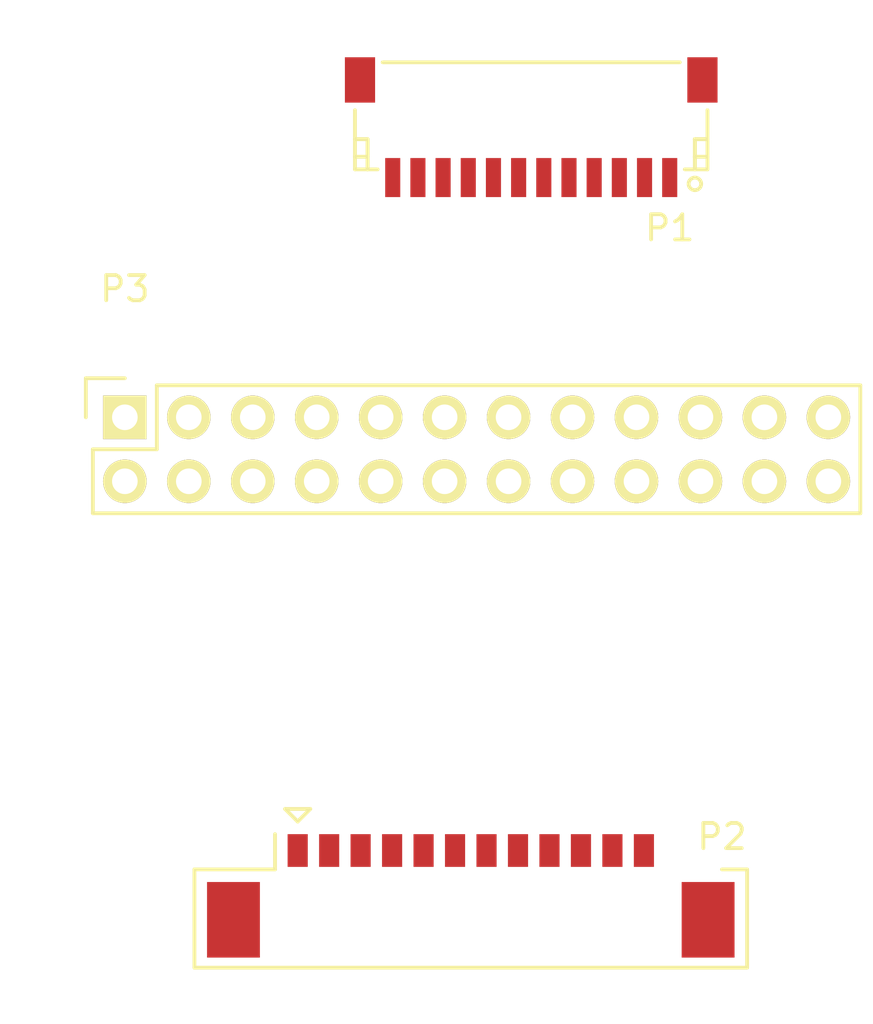
<source format=kicad_pcb>
(kicad_pcb (version 4) (host pcbnew 4.0.2+dfsg1-stable)

  (general
    (links 36)
    (no_connects 36)
    (area 0 0 0 0)
    (thickness 1.6)
    (drawings 2)
    (tracks 0)
    (zones 0)
    (modules 3)
    (nets 13)
  )

  (page A4)
  (layers
    (0 F.Cu signal)
    (31 B.Cu signal)
    (32 B.Adhes user)
    (33 F.Adhes user)
    (34 B.Paste user)
    (35 F.Paste user)
    (36 B.SilkS user)
    (37 F.SilkS user)
    (38 B.Mask user)
    (39 F.Mask user)
    (40 Dwgs.User user)
    (41 Cmts.User user)
    (42 Eco1.User user)
    (43 Eco2.User user)
    (44 Edge.Cuts user)
    (45 Margin user)
    (46 B.CrtYd user)
    (47 F.CrtYd user)
    (48 B.Fab user)
    (49 F.Fab user)
  )

  (setup
    (last_trace_width 0.25)
    (trace_clearance 0.2)
    (zone_clearance 0.508)
    (zone_45_only no)
    (trace_min 0.2)
    (segment_width 0.2)
    (edge_width 0.15)
    (via_size 0.6)
    (via_drill 0.4)
    (via_min_size 0.4)
    (via_min_drill 0.3)
    (uvia_size 0.3)
    (uvia_drill 0.1)
    (uvias_allowed no)
    (uvia_min_size 0.2)
    (uvia_min_drill 0.1)
    (pcb_text_width 0.3)
    (pcb_text_size 1.5 1.5)
    (mod_edge_width 0.15)
    (mod_text_size 1 1)
    (mod_text_width 0.15)
    (pad_size 1.524 1.524)
    (pad_drill 0.762)
    (pad_to_mask_clearance 0.2)
    (aux_axis_origin 0 0)
    (visible_elements FFFFFF7F)
    (pcbplotparams
      (layerselection 0x00030_80000001)
      (usegerberextensions false)
      (excludeedgelayer true)
      (linewidth 0.100000)
      (plotframeref false)
      (viasonmask false)
      (mode 1)
      (useauxorigin false)
      (hpglpennumber 1)
      (hpglpenspeed 20)
      (hpglpendiameter 15)
      (hpglpenoverlay 2)
      (psnegative false)
      (psa4output false)
      (plotreference true)
      (plotvalue true)
      (plotinvisibletext false)
      (padsonsilk false)
      (subtractmaskfromsilk false)
      (outputformat 1)
      (mirror false)
      (drillshape 1)
      (scaleselection 1)
      (outputdirectory ""))
  )

  (net 0 "")
  (net 1 "Net-(P1-Pad1)")
  (net 2 "Net-(P1-Pad2)")
  (net 3 "Net-(P1-Pad3)")
  (net 4 "Net-(P1-Pad4)")
  (net 5 "Net-(P1-Pad5)")
  (net 6 "Net-(P1-Pad6)")
  (net 7 "Net-(P1-Pad7)")
  (net 8 "Net-(P1-Pad8)")
  (net 9 "Net-(P1-Pad9)")
  (net 10 "Net-(P1-Pad10)")
  (net 11 "Net-(P1-Pad11)")
  (net 12 "Net-(P1-Pad12)")

  (net_class Default "This is the default net class."
    (clearance 0.2)
    (trace_width 0.25)
    (via_dia 0.6)
    (via_drill 0.4)
    (uvia_dia 0.3)
    (uvia_drill 0.1)
    (add_net "Net-(P1-Pad1)")
    (add_net "Net-(P1-Pad10)")
    (add_net "Net-(P1-Pad11)")
    (add_net "Net-(P1-Pad12)")
    (add_net "Net-(P1-Pad2)")
    (add_net "Net-(P1-Pad3)")
    (add_net "Net-(P1-Pad4)")
    (add_net "Net-(P1-Pad5)")
    (add_net "Net-(P1-Pad6)")
    (add_net "Net-(P1-Pad7)")
    (add_net "Net-(P1-Pad8)")
    (add_net "Net-(P1-Pad9)")
  )

  (module Socket_Strips:Socket_Strip_Straight_2x12 (layer F.Cu) (tedit 0) (tstamp 5A321511)
    (at 18.9611 35.1536)
    (descr "Through hole socket strip")
    (tags "socket strip")
    (path /5A3214AC)
    (fp_text reference P3 (at 0 -5.1) (layer F.SilkS)
      (effects (font (size 1 1) (thickness 0.15)))
    )
    (fp_text value CONN_02X12 (at 0 -3.1) (layer F.Fab)
      (effects (font (size 1 1) (thickness 0.15)))
    )
    (fp_line (start -1.75 -1.75) (end -1.75 4.3) (layer F.CrtYd) (width 0.05))
    (fp_line (start 29.7 -1.75) (end 29.7 4.3) (layer F.CrtYd) (width 0.05))
    (fp_line (start -1.75 -1.75) (end 29.7 -1.75) (layer F.CrtYd) (width 0.05))
    (fp_line (start -1.75 4.3) (end 29.7 4.3) (layer F.CrtYd) (width 0.05))
    (fp_line (start 29.21 3.81) (end -1.27 3.81) (layer F.SilkS) (width 0.15))
    (fp_line (start 1.27 -1.27) (end 29.21 -1.27) (layer F.SilkS) (width 0.15))
    (fp_line (start 29.21 3.81) (end 29.21 -1.27) (layer F.SilkS) (width 0.15))
    (fp_line (start -1.27 3.81) (end -1.27 1.27) (layer F.SilkS) (width 0.15))
    (fp_line (start 0 -1.55) (end -1.55 -1.55) (layer F.SilkS) (width 0.15))
    (fp_line (start -1.27 1.27) (end 1.27 1.27) (layer F.SilkS) (width 0.15))
    (fp_line (start 1.27 1.27) (end 1.27 -1.27) (layer F.SilkS) (width 0.15))
    (fp_line (start -1.55 -1.55) (end -1.55 0) (layer F.SilkS) (width 0.15))
    (pad 1 thru_hole rect (at 0 0) (size 1.7272 1.7272) (drill 1.016) (layers *.Cu *.Mask F.SilkS)
      (net 12 "Net-(P1-Pad12)"))
    (pad 2 thru_hole oval (at 0 2.54) (size 1.7272 1.7272) (drill 1.016) (layers *.Cu *.Mask F.SilkS)
      (net 12 "Net-(P1-Pad12)"))
    (pad 3 thru_hole oval (at 2.54 0) (size 1.7272 1.7272) (drill 1.016) (layers *.Cu *.Mask F.SilkS)
      (net 11 "Net-(P1-Pad11)"))
    (pad 4 thru_hole oval (at 2.54 2.54) (size 1.7272 1.7272) (drill 1.016) (layers *.Cu *.Mask F.SilkS)
      (net 11 "Net-(P1-Pad11)"))
    (pad 5 thru_hole oval (at 5.08 0) (size 1.7272 1.7272) (drill 1.016) (layers *.Cu *.Mask F.SilkS)
      (net 10 "Net-(P1-Pad10)"))
    (pad 6 thru_hole oval (at 5.08 2.54) (size 1.7272 1.7272) (drill 1.016) (layers *.Cu *.Mask F.SilkS)
      (net 10 "Net-(P1-Pad10)"))
    (pad 7 thru_hole oval (at 7.62 0) (size 1.7272 1.7272) (drill 1.016) (layers *.Cu *.Mask F.SilkS)
      (net 9 "Net-(P1-Pad9)"))
    (pad 8 thru_hole oval (at 7.62 2.54) (size 1.7272 1.7272) (drill 1.016) (layers *.Cu *.Mask F.SilkS)
      (net 9 "Net-(P1-Pad9)"))
    (pad 9 thru_hole oval (at 10.16 0) (size 1.7272 1.7272) (drill 1.016) (layers *.Cu *.Mask F.SilkS)
      (net 8 "Net-(P1-Pad8)"))
    (pad 10 thru_hole oval (at 10.16 2.54) (size 1.7272 1.7272) (drill 1.016) (layers *.Cu *.Mask F.SilkS)
      (net 8 "Net-(P1-Pad8)"))
    (pad 11 thru_hole oval (at 12.7 0) (size 1.7272 1.7272) (drill 1.016) (layers *.Cu *.Mask F.SilkS)
      (net 7 "Net-(P1-Pad7)"))
    (pad 12 thru_hole oval (at 12.7 2.54) (size 1.7272 1.7272) (drill 1.016) (layers *.Cu *.Mask F.SilkS)
      (net 7 "Net-(P1-Pad7)"))
    (pad 13 thru_hole oval (at 15.24 0) (size 1.7272 1.7272) (drill 1.016) (layers *.Cu *.Mask F.SilkS)
      (net 6 "Net-(P1-Pad6)"))
    (pad 14 thru_hole oval (at 15.24 2.54) (size 1.7272 1.7272) (drill 1.016) (layers *.Cu *.Mask F.SilkS)
      (net 6 "Net-(P1-Pad6)"))
    (pad 15 thru_hole oval (at 17.78 0) (size 1.7272 1.7272) (drill 1.016) (layers *.Cu *.Mask F.SilkS)
      (net 5 "Net-(P1-Pad5)"))
    (pad 16 thru_hole oval (at 17.78 2.54) (size 1.7272 1.7272) (drill 1.016) (layers *.Cu *.Mask F.SilkS)
      (net 5 "Net-(P1-Pad5)"))
    (pad 17 thru_hole oval (at 20.32 0) (size 1.7272 1.7272) (drill 1.016) (layers *.Cu *.Mask F.SilkS)
      (net 4 "Net-(P1-Pad4)"))
    (pad 18 thru_hole oval (at 20.32 2.54) (size 1.7272 1.7272) (drill 1.016) (layers *.Cu *.Mask F.SilkS)
      (net 4 "Net-(P1-Pad4)"))
    (pad 19 thru_hole oval (at 22.86 0) (size 1.7272 1.7272) (drill 1.016) (layers *.Cu *.Mask F.SilkS)
      (net 3 "Net-(P1-Pad3)"))
    (pad 20 thru_hole oval (at 22.86 2.54) (size 1.7272 1.7272) (drill 1.016) (layers *.Cu *.Mask F.SilkS)
      (net 3 "Net-(P1-Pad3)"))
    (pad 21 thru_hole oval (at 25.4 0) (size 1.7272 1.7272) (drill 1.016) (layers *.Cu *.Mask F.SilkS)
      (net 2 "Net-(P1-Pad2)"))
    (pad 22 thru_hole oval (at 25.4 2.54) (size 1.7272 1.7272) (drill 1.016) (layers *.Cu *.Mask F.SilkS)
      (net 2 "Net-(P1-Pad2)"))
    (pad 23 thru_hole oval (at 27.94 0) (size 1.7272 1.7272) (drill 1.016) (layers *.Cu *.Mask F.SilkS)
      (net 1 "Net-(P1-Pad1)"))
    (pad 24 thru_hole oval (at 27.94 2.54) (size 1.7272 1.7272) (drill 1.016) (layers *.Cu *.Mask F.SilkS)
      (net 1 "Net-(P1-Pad1)"))
    (model Socket_Strips.3dshapes/Socket_Strip_Straight_2x12.wrl
      (at (xyz 0.55 -0.05 0))
      (scale (xyz 1 1 1))
      (rotate (xyz 0 0 180))
    )
  )

  (module Connectors_Molex:Connector_Molex_PicoBlade_53398-1271 (layer F.Cu) (tedit 0) (tstamp 5A321A1D)
    (at 32.7 55.1)
    (descr "Molex PicoBlade 1.25mm shrouded header. Vertical, SMD. 12 ways")
    (path /5A321457)
    (fp_text reference P2 (at 9.975 -3.3) (layer F.SilkS)
      (effects (font (size 1 1) (thickness 0.15)))
    )
    (fp_text value CONN_01X12 (at 0 3.3) (layer F.Fab)
      (effects (font (size 1 1) (thickness 0.15)))
    )
    (fp_line (start -7.775 -3.4) (end -7.775 -2) (layer F.SilkS) (width 0.15))
    (fp_line (start -7.775 -2) (end -10.975 -2) (layer F.SilkS) (width 0.15))
    (fp_line (start -10.975 -2) (end -10.975 1.9) (layer F.SilkS) (width 0.15))
    (fp_line (start -10.975 1.9) (end 10.975 1.9) (layer F.SilkS) (width 0.15))
    (fp_line (start 10.975 1.9) (end 10.975 -2) (layer F.SilkS) (width 0.15))
    (fp_line (start 10.975 -2) (end 9.975 -2) (layer F.SilkS) (width 0.15))
    (fp_line (start -6.875 -3.9) (end -7.375 -4.4) (layer F.SilkS) (width 0.15))
    (fp_line (start -7.375 -4.4) (end -6.375 -4.4) (layer F.SilkS) (width 0.15))
    (fp_line (start -6.375 -4.4) (end -6.875 -3.9) (layer F.SilkS) (width 0.15))
    (fp_line (start -8.375 -2.1) (end -8.375 1.9) (layer F.Fab) (width 0.2))
    (fp_line (start -8.375 1.9) (end 8.375 1.9) (layer F.Fab) (width 0.2))
    (fp_line (start 8.375 1.9) (end 8.375 -2.1) (layer F.Fab) (width 0.2))
    (fp_line (start 8.375 -2.1) (end -8.375 -2.1) (layer F.Fab) (width 0.2))
    (fp_line (start 8.375 -1.5) (end 10.475 -1.5) (layer F.Fab) (width 0.2))
    (fp_line (start 10.475 -1.5) (end 10.475 1.5) (layer F.Fab) (width 0.2))
    (fp_line (start 10.475 1.5) (end 8.375 1.5) (layer F.Fab) (width 0.2))
    (fp_line (start -8.375 -1.5) (end -10.475 -1.5) (layer F.Fab) (width 0.2))
    (fp_line (start -10.475 -1.5) (end -10.475 1.5) (layer F.Fab) (width 0.2))
    (fp_line (start -10.475 1.5) (end -8.375 1.5) (layer F.Fab) (width 0.2))
    (fp_line (start -8.375 -2.1) (end -6.875 -0.6) (layer F.Fab) (width 0.2))
    (fp_line (start -6.875 -0.6) (end -5.375 -2.1) (layer F.Fab) (width 0.2))
    (pad 1 smd rect (at -6.875 -2.75) (size 0.8 1.3) (layers F.Cu F.Paste F.Mask)
      (net 12 "Net-(P1-Pad12)"))
    (pad 2 smd rect (at -5.625 -2.75) (size 0.8 1.3) (layers F.Cu F.Paste F.Mask)
      (net 11 "Net-(P1-Pad11)"))
    (pad 3 smd rect (at -4.375 -2.75) (size 0.8 1.3) (layers F.Cu F.Paste F.Mask)
      (net 10 "Net-(P1-Pad10)"))
    (pad 4 smd rect (at -3.125 -2.75) (size 0.8 1.3) (layers F.Cu F.Paste F.Mask)
      (net 9 "Net-(P1-Pad9)"))
    (pad 5 smd rect (at -1.875 -2.75) (size 0.8 1.3) (layers F.Cu F.Paste F.Mask)
      (net 8 "Net-(P1-Pad8)"))
    (pad 6 smd rect (at -0.625 -2.75) (size 0.8 1.3) (layers F.Cu F.Paste F.Mask)
      (net 7 "Net-(P1-Pad7)"))
    (pad 7 smd rect (at 0.625 -2.75) (size 0.8 1.3) (layers F.Cu F.Paste F.Mask)
      (net 6 "Net-(P1-Pad6)"))
    (pad 8 smd rect (at 1.875 -2.75) (size 0.8 1.3) (layers F.Cu F.Paste F.Mask)
      (net 5 "Net-(P1-Pad5)"))
    (pad 9 smd rect (at 3.125 -2.75) (size 0.8 1.3) (layers F.Cu F.Paste F.Mask)
      (net 4 "Net-(P1-Pad4)"))
    (pad 10 smd rect (at 4.375 -2.75) (size 0.8 1.3) (layers F.Cu F.Paste F.Mask)
      (net 3 "Net-(P1-Pad3)"))
    (pad 11 smd rect (at 5.625 -2.75) (size 0.8 1.3) (layers F.Cu F.Paste F.Mask)
      (net 2 "Net-(P1-Pad2)"))
    (pad 12 smd rect (at 6.875 -2.75) (size 0.8 1.3) (layers F.Cu F.Paste F.Mask)
      (net 1 "Net-(P1-Pad1)"))
    (pad "" smd rect (at -9.425 0) (size 2.1 3) (layers F.Cu F.Paste F.Mask))
    (pad "" smd rect (at 9.425 0) (size 2.1 3) (layers F.Cu F.Paste F.Mask))
  )

  (module Connectors_JST_SH:Connectors_JST_SM12B-SRSS-TB (layer F.Cu) (tedit 55F6C32A) (tstamp 5A321A88)
    (at 35.1 23.7 180)
    (descr "JST SH series connector, SM12B-SRSS-TB")
    (tags "connector jst sh")
    (path /5A3213D5)
    (attr smd)
    (fp_text reference P1 (at -5.5 -3.9375 180) (layer F.SilkS)
      (effects (font (size 1 1) (thickness 0.15)))
    )
    (fp_text value CONN_01X12 (at 0 4.2625 180) (layer F.Fab)
      (effects (font (size 1 1) (thickness 0.15)))
    )
    (fp_circle (center -6.5 -2.1875) (end -6.25 -2.1875) (layer F.SilkS) (width 0.15))
    (fp_line (start -5.9 2.6375) (end 5.9 2.6375) (layer F.SilkS) (width 0.15))
    (fp_line (start -7 0.7375) (end -7 -1.6125) (layer F.SilkS) (width 0.15))
    (fp_line (start -7 -1.6125) (end -6.1 -1.6125) (layer F.SilkS) (width 0.15))
    (fp_line (start -6.5 -1.6125) (end -6.5 -0.4125) (layer F.SilkS) (width 0.15))
    (fp_line (start -6.5 -0.4125) (end -6.5 -0.4125) (layer F.SilkS) (width 0.15))
    (fp_line (start -6.5 -0.4125) (end -6.5 -1.6125) (layer F.SilkS) (width 0.15))
    (fp_line (start -6.5 -1.6125) (end -6.5 -1.6125) (layer F.SilkS) (width 0.15))
    (fp_line (start -6.5 -1.1125) (end -6.5 -1.1125) (layer F.SilkS) (width 0.15))
    (fp_line (start -6.5 -1.1125) (end -7 -1.1125) (layer F.SilkS) (width 0.15))
    (fp_line (start -7 -1.1125) (end -7 -1.1125) (layer F.SilkS) (width 0.15))
    (fp_line (start -7 -1.1125) (end -6.5 -1.1125) (layer F.SilkS) (width 0.15))
    (fp_line (start -6.5 -0.4125) (end -6.5 -0.4125) (layer F.SilkS) (width 0.15))
    (fp_line (start -6.5 -0.4125) (end -7 -0.4125) (layer F.SilkS) (width 0.15))
    (fp_line (start -7 -0.4125) (end -7 -0.4125) (layer F.SilkS) (width 0.15))
    (fp_line (start -7 -0.4125) (end -6.5 -0.4125) (layer F.SilkS) (width 0.15))
    (fp_line (start 7 0.7375) (end 7 -1.6125) (layer F.SilkS) (width 0.15))
    (fp_line (start 7 -1.6125) (end 6.1 -1.6125) (layer F.SilkS) (width 0.15))
    (fp_line (start 6.5 -1.6125) (end 6.5 -0.4125) (layer F.SilkS) (width 0.15))
    (fp_line (start 6.5 -0.4125) (end 6.5 -0.4125) (layer F.SilkS) (width 0.15))
    (fp_line (start 6.5 -0.4125) (end 6.5 -1.6125) (layer F.SilkS) (width 0.15))
    (fp_line (start 6.5 -1.6125) (end 6.5 -1.6125) (layer F.SilkS) (width 0.15))
    (fp_line (start 6.5 -1.1125) (end 6.5 -1.1125) (layer F.SilkS) (width 0.15))
    (fp_line (start 6.5 -1.1125) (end 7 -1.1125) (layer F.SilkS) (width 0.15))
    (fp_line (start 7 -1.1125) (end 7 -1.1125) (layer F.SilkS) (width 0.15))
    (fp_line (start 7 -1.1125) (end 6.5 -1.1125) (layer F.SilkS) (width 0.15))
    (fp_line (start 6.5 -0.4125) (end 6.5 -0.4125) (layer F.SilkS) (width 0.15))
    (fp_line (start 6.5 -0.4125) (end 7 -0.4125) (layer F.SilkS) (width 0.15))
    (fp_line (start 7 -0.4125) (end 7 -0.4125) (layer F.SilkS) (width 0.15))
    (fp_line (start 7 -0.4125) (end 6.5 -0.4125) (layer F.SilkS) (width 0.15))
    (fp_line (start -7.9 3.35) (end -7.9 -3.25) (layer F.CrtYd) (width 0.05))
    (fp_line (start -7.9 -3.25) (end 7.9 -3.25) (layer F.CrtYd) (width 0.05))
    (fp_line (start 7.9 -3.25) (end 7.9 3.35) (layer F.CrtYd) (width 0.05))
    (fp_line (start 7.9 3.35) (end -7.9 3.35) (layer F.CrtYd) (width 0.05))
    (pad 1 smd rect (at -5.5 -1.9375 180) (size 0.6 1.55) (layers F.Cu F.Paste F.Mask)
      (net 1 "Net-(P1-Pad1)"))
    (pad 2 smd rect (at -4.5 -1.9375 180) (size 0.6 1.55) (layers F.Cu F.Paste F.Mask)
      (net 2 "Net-(P1-Pad2)"))
    (pad 3 smd rect (at -3.5 -1.9375 180) (size 0.6 1.55) (layers F.Cu F.Paste F.Mask)
      (net 3 "Net-(P1-Pad3)"))
    (pad 4 smd rect (at -2.5 -1.9375 180) (size 0.6 1.55) (layers F.Cu F.Paste F.Mask)
      (net 4 "Net-(P1-Pad4)"))
    (pad 5 smd rect (at -1.5 -1.9375 180) (size 0.6 1.55) (layers F.Cu F.Paste F.Mask)
      (net 5 "Net-(P1-Pad5)"))
    (pad 6 smd rect (at -0.5 -1.9375 180) (size 0.6 1.55) (layers F.Cu F.Paste F.Mask)
      (net 6 "Net-(P1-Pad6)"))
    (pad 7 smd rect (at 0.5 -1.9375 180) (size 0.6 1.55) (layers F.Cu F.Paste F.Mask)
      (net 7 "Net-(P1-Pad7)"))
    (pad 8 smd rect (at 1.5 -1.9375 180) (size 0.6 1.55) (layers F.Cu F.Paste F.Mask)
      (net 8 "Net-(P1-Pad8)"))
    (pad 9 smd rect (at 2.5 -1.9375 180) (size 0.6 1.55) (layers F.Cu F.Paste F.Mask)
      (net 9 "Net-(P1-Pad9)"))
    (pad 10 smd rect (at 3.5 -1.9375 180) (size 0.6 1.55) (layers F.Cu F.Paste F.Mask)
      (net 10 "Net-(P1-Pad10)"))
    (pad 11 smd rect (at 4.5 -1.9375 180) (size 0.6 1.55) (layers F.Cu F.Paste F.Mask)
      (net 11 "Net-(P1-Pad11)"))
    (pad 12 smd rect (at 5.5 -1.9375 180) (size 0.6 1.55) (layers F.Cu F.Paste F.Mask)
      (net 12 "Net-(P1-Pad12)"))
    (pad "" smd rect (at -6.8 1.9375 180) (size 1.2 1.8) (layers F.Cu F.Paste F.Mask))
    (pad "" smd rect (at 6.8 1.9375 180) (size 1.2 1.8) (layers F.Cu F.Paste F.Mask))
  )

  (dimension 1.3 (width 0.3) (layer B.Paste)
    (gr_text "1,300 mm" (at 27.35 49.35) (layer B.Paste)
      (effects (font (size 1.5 1.5) (thickness 0.3)))
    )
    (feature1 (pts (xy 28 51.2) (xy 28 48)))
    (feature2 (pts (xy 26.7 51.2) (xy 26.7 48)))
    (crossbar (pts (xy 26.7 50.7) (xy 28 50.7)))
    (arrow1a (pts (xy 28 50.7) (xy 26.873496 51.286421)))
    (arrow1b (pts (xy 28 50.7) (xy 26.873496 50.113579)))
    (arrow2a (pts (xy 26.7 50.7) (xy 27.826504 51.286421)))
    (arrow2b (pts (xy 26.7 50.7) (xy 27.826504 50.113579)))
  )
  (dimension 1 (width 0.3) (layer B.Paste)
    (gr_text "1,000 mm" (at 39.1 30.05) (layer B.Paste)
      (effects (font (size 1.5 1.5) (thickness 0.3)))
    )
    (feature1 (pts (xy 39.6 27.1) (xy 39.6 31.4)))
    (feature2 (pts (xy 38.6 27.1) (xy 38.6 31.4)))
    (crossbar (pts (xy 38.6 28.7) (xy 39.6 28.7)))
    (arrow1a (pts (xy 39.6 28.7) (xy 38.473496 29.286421)))
    (arrow1b (pts (xy 39.6 28.7) (xy 38.473496 28.113579)))
    (arrow2a (pts (xy 38.6 28.7) (xy 39.726504 29.286421)))
    (arrow2b (pts (xy 38.6 28.7) (xy 39.726504 28.113579)))
  )

)

</source>
